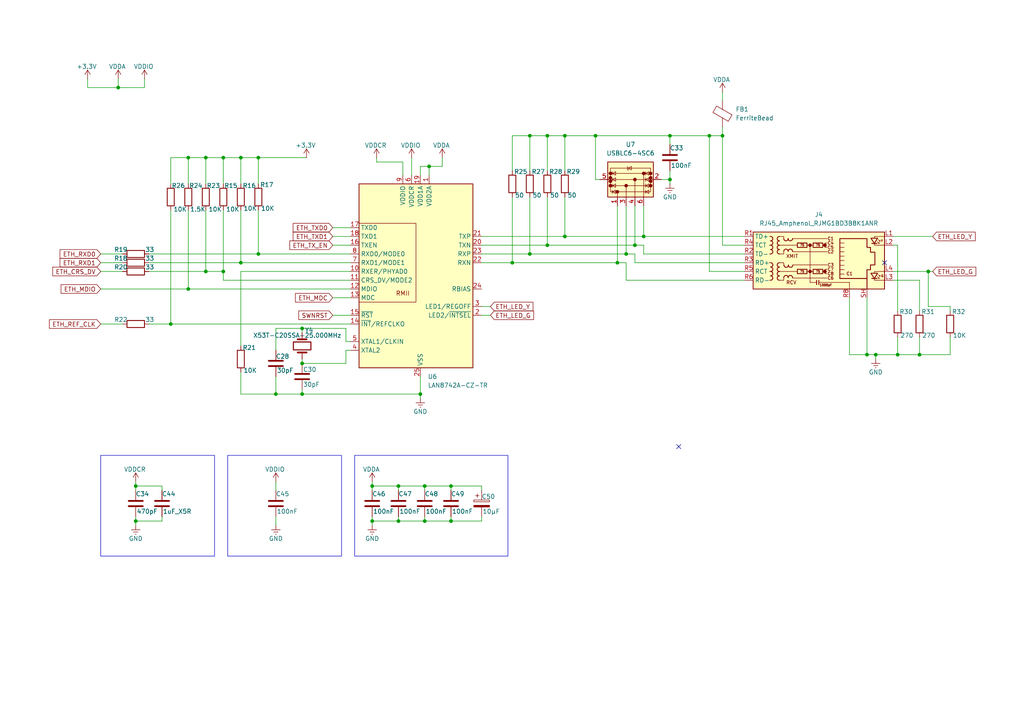
<source format=kicad_sch>
(kicad_sch (version 20250114) (generator "eeschema") (generator_version "9.0")
  (paper "A4")
  (lib_symbols
    (symbol "Connector:RJ45_Amphenol_RJMG1BD3B8K1ANR"
      (property "Reference" "J" (at 18.415 10.16 0))
      (property "Value" "RJ45_Amphenol_RJMG1BD3B8K1ANR" (at -19.05 10.16 0))
      (symbol "RJ45_Amphenol_RJMG1BD3B8K1ANR_0_0"
        (circle (center -1.27 5.08) (radius 0.0001) (stroke (width 0.508)))
        (polyline (pts (xy -1.27 5.08) (xy -1.27 -5.715)))
        (circle (center -1.27 -2.54) (radius 0.0001) (stroke (width 0.508)))
        (polyline (pts (xy 0.635 -5.08) (xy 0.635 -6.35)) (stroke (width 0.254)))
        (polyline (pts (xy 1.27 -5.08) (xy 1.27 -6.35)) (stroke (width 0.254)))
        (polyline (pts (xy 3.048 5.08) (xy 2.54 5.08)))
        (circle (center 3.048 5.08) (radius 0.0001) (stroke (width 0.508)))
        (polyline (pts (xy 3.048 -2.54) (xy 2.54 -2.54)))
        (circle (center 3.048 -2.54) (radius 0.0001) (stroke (width 0.508)))
        (polyline (pts (xy 3.683 5.715) (xy 3.048 5.715) (xy 3.048 4.445) (xy 3.683 4.445)))
        (polyline (pts (xy 3.683 -1.905) (xy 3.048 -1.905) (xy 3.048 -3.175) (xy 3.683 -3.175)))
        (polyline (pts (xy 17.399 7.112) (xy 17.399 7.62) (xy 20.32 7.62)))
        (polyline (pts (xy 17.399 -3.048) (xy 17.399 -2.54) (xy 20.32 -2.54)))
        (polyline (pts (xy 20.32 5.08) (xy 17.399 5.08) (xy 17.399 5.588)))
        (polyline (pts (xy 20.32 -5.08) (xy 17.399 -5.08) (xy 17.399 -4.572)))
        (text "XMIT" (at -8.255 1.905 0) (effects (font (size 1.016 1.016)) (justify left)))
        (text "RCV" (at -8.255 -5.715 0) (effects (font (size 1.016 1.016)) (justify left)))
        (text "C1" (at 4.699 6.985 0) (effects (font (size 0.889 0.889))))
        (text "C4" (at 4.699 5.715 0) (effects (font (size 0.889 0.889))))
        (text "C5" (at 4.699 4.445 0) (effects (font (size 0.889 0.889))))
        (text "C2" (at 4.699 3.175 0) (effects (font (size 0.889 0.889))))
        (text "C3" (at 4.699 -0.635 0) (effects (font (size 0.889 0.889))))
        (text "C7" (at 4.699 -1.905 0) (effects (font (size 0.889 0.889))))
        (text "C8" (at 4.699 -3.175 0) (effects (font (size 0.889 0.889))))
        (text "C6" (at 4.699 -4.445 0) (effects (font (size 0.889 0.889))))
        (text "C1" (at 10.16 -3.175 0) (effects (font (size 0.889 0.889))))
      )
      (symbol "RJ45_Amphenol_RJMG1BD3B8K1ANR_0_1"
        (rectangle (start -17.78 8.89) (end 20.32 -7.62) (stroke (width 0.254)) (fill (type background)))
        (polyline (pts (xy -12.7 7.62) (xy -13.081 7.62)))
        (polyline (pts (xy -12.7 5.08) (xy -13.081 5.08)))
        (polyline (pts (xy -12.7 2.54) (xy -13.081 2.54)))
        (polyline (pts (xy -12.7 0) (xy -13.081 0)))
        (polyline (pts (xy -12.7 -2.54) (xy -13.081 -2.54)))
        (polyline (pts (xy -12.7 -5.08) (xy -13.081 -5.08)))
        (polyline (pts (xy -10.16 7.62) (xy -8.89 7.62) (xy -8.89 6.985)))
        (polyline (pts (xy -10.16 0) (xy -8.89 0) (xy -8.89 -0.635)))
        (polyline (pts (xy -8.89 3.175) (xy -8.89 2.54) (xy -10.16 2.54)))
        (polyline (pts (xy -8.89 -4.445) (xy -8.89 -5.08) (xy -10.16 -5.08)))
        (polyline (pts (xy -6.35 6.985) (xy 3.683 6.985)))
        (polyline (pts (xy -6.35 3.175) (xy 3.683 3.175)))
        (polyline (pts (xy -6.35 -4.445) (xy 3.683 -4.445)))
        (polyline (pts (xy -6.223 -0.635) (xy 3.683 -0.635)))
        (polyline (pts (xy -5.08 -2.54) (xy -10.16 -2.54)))
        (polyline (pts (xy -4.953 5.08) (xy -10.16 5.08)))
        (polyline (pts (xy -2.159 5.08) (xy -0.381 5.08)))
        (polyline (pts (xy -2.159 -2.54) (xy -0.381 -2.54)))
        (polyline (pts (xy 0.635 -5.715) (xy -1.27 -5.715)))
        (polyline (pts (xy 7.366 3.175) (xy 8.636 3.175)))
        (polyline (pts (xy 7.366 1.905) (xy 8.636 1.905)))
        (polyline (pts (xy 7.366 0.635) (xy 8.636 0.635)))
        (polyline (pts (xy 7.366 -0.762) (xy 8.636 -0.762)))
        (polyline (pts (xy 7.366 -2.032) (xy 8.636 -2.032)))
        (polyline (pts (xy 8.636 5.715) (xy 7.366 5.715)))
        (polyline (pts (xy 8.636 4.445) (xy 7.366 4.445)))
        (polyline (pts (xy 8.636 -3.302) (xy 7.366 -3.302)))
        (polyline (pts (xy 10.16 -5.715) (xy 1.27 -5.715)))
        (polyline (pts (xy 10.16 -5.715) (xy 10.16 -7.62)))
      )
      (symbol "RJ45_Amphenol_RJMG1BD3B8K1ANR_1_0"
        (text "1000pF" (at 3.302 -6.477 0) (effects (font (size 0.635 0.635))))
      )
      (symbol "RJ45_Amphenol_RJMG1BD3B8K1ANR_1_1"
        (arc (start -12.7 0) (mid -12.0677 -0.635) (end -12.7 -1.27) (stroke (width 0.254)))
        (arc (start -12.6973 7.62) (mid -12.065 6.985) (end -12.6973 6.35) (stroke (width 0.254)))
        (arc (start -12.6973 -1.27) (mid -12.065 -1.905) (end -12.6973 -2.54) (stroke (width 0.254)))
        (arc (start -12.6973 -2.54) (mid -12.065 -3.175) (end -12.6973 -3.81) (stroke (width 0.254)))
        (arc (start -12.6973 -3.81) (mid -12.065 -4.445) (end -12.6973 -5.08) (stroke (width 0.254)))
        (arc (start -12.6946 6.35) (mid -12.0623 5.715) (end -12.6946 5.08) (stroke (width 0.254)))
        (arc (start -12.6946 5.08) (mid -12.0623 4.445) (end -12.6946 3.81) (stroke (width 0.254)))
        (arc (start -12.6946 3.81) (mid -12.0623 3.175) (end -12.6946 2.54) (stroke (width 0.254)))
        (arc (start -10.1654 6.35) (mid -10.7977 6.985) (end -10.1654 7.62) (stroke (width 0.254)))
        (arc (start -10.1654 5.08) (mid -10.7977 5.715) (end -10.1654 6.35) (stroke (width 0.254)))
        (arc (start -10.1654 3.81) (mid -10.7977 4.445) (end -10.1654 5.08) (stroke (width 0.254)))
        (arc (start -10.1654 -1.27) (mid -10.7977 -0.635) (end -10.1654 0) (stroke (width 0.254)))
        (arc (start -10.1654 -2.54) (mid -10.7977 -1.905) (end -10.1654 -1.27) (stroke (width 0.254)))
        (arc (start -10.1654 -3.81) (mid -10.7977 -3.175) (end -10.1654 -2.54) (stroke (width 0.254)))
        (arc (start -10.1627 2.54) (mid -10.795 3.175) (end -10.1627 3.81) (stroke (width 0.254)))
        (arc (start -10.1627 -5.08) (mid -10.795 -4.445) (end -10.1627 -3.81) (stroke (width 0.254)))
        (arc (start -7.62 6.9823) (mid -8.255 6.35) (end -8.89 6.9823) (stroke (width 0.254)))
        (arc (start -8.89 3.3047) (mid -8.255 3.937) (end -7.62 3.3047) (stroke (width 0.254)))
        (arc (start -8.89 -4.3153) (mid -8.255 -3.683) (end -7.62 -4.3153) (stroke (width 0.254)))
        (arc (start -7.5565 -0.7012) (mid -8.1915 -1.3335) (end -8.8265 -0.7012) (stroke (width 0.254)))
        (arc (start -6.35 6.985) (mid -6.985 6.3527) (end -7.62 6.985) (stroke (width 0.254)))
        (arc (start -7.62 3.3074) (mid -6.985 3.9397) (end -6.35 3.3074) (stroke (width 0.254)))
        (arc (start -7.62 -4.3126) (mid -6.985 -3.6803) (end -6.35 -4.3126) (stroke (width 0.254)))
        (arc (start -6.2865 -0.6985) (mid -6.9215 -1.3308) (end -7.5565 -0.6985) (stroke (width 0.254)))
        (rectangle (start -4.953 5.715) (end -2.159 4.445) (stroke (width 0.254)))
        (rectangle (start -4.953 -1.905) (end -2.159 -3.175) (stroke (width 0.254)))
        (rectangle (start -0.381 5.715) (end 2.413 4.445) (stroke (width 0.254)))
        (rectangle (start -0.381 -1.905) (end 2.413 -3.175) (stroke (width 0.254)))
        (polyline (pts (xy 7.366 -4.572) (xy 7.366 6.985) (xy 15.24 6.985) (xy 15.24 4.445) (xy 16.256 4.445) (xy 16.256 3.048) (xy 17.526 3.048) (xy 17.526 -0.635) (xy 16.256 -0.635) (xy 16.256 -2.032) (xy 15.24 -2.032) (xy 15.24 -4.572) (xy 7.366 -4.572)) (stroke (width 0.254)))
        (polyline (pts (xy 15.24 -7.62) (xy 15.24 -4.572)) (stroke (width 0.254)))
        (polyline (pts (xy 18.161 5.588) (xy 16.637 5.588)) (stroke (width 0.254)))
        (polyline (pts (xy 18.161 -4.572) (xy 16.637 -4.572)) (stroke (width 0.254)))
        (polyline (pts (xy 18.288 7.112) (xy 16.383 7.112) (xy 17.399 5.588) (xy 18.288 7.112)) (stroke (width 0.254)))
        (polyline (pts (xy 18.288 6.096) (xy 18.796 5.588) (xy 18.542 5.588)))
        (polyline (pts (xy 18.288 -3.048) (xy 16.383 -3.048) (xy 17.399 -4.572) (xy 18.288 -3.048)) (stroke (width 0.254)))
        (polyline (pts (xy 18.288 -4.064) (xy 18.796 -4.572) (xy 18.542 -4.572)))
        (polyline (pts (xy 18.542 6.731) (xy 19.05 6.223) (xy 18.796 6.223)))
        (polyline (pts (xy 18.542 -3.429) (xy 19.05 -3.937) (xy 18.796 -3.937)))
        (polyline (pts (xy 18.796 5.588) (xy 18.796 5.842)))
        (polyline (pts (xy 18.796 -4.572) (xy 18.796 -4.318)))
        (polyline (pts (xy 19.05 6.223) (xy 19.05 6.477)))
        (polyline (pts (xy 19.05 -3.937) (xy 19.05 -3.683)))
        (text "75" (at -3.556 5.08 0) (effects (font (size 0.635 0.635))))
        (text "75" (at -3.556 -2.54 0) (effects (font (size 0.635 0.635))))
        (text "75" (at 1.016 5.08 0) (effects (font (size 0.635 0.635))))
        (text "75" (at 1.016 -2.54 0) (effects (font (size 0.635 0.635))))
        (text "Y" (at 19.558 6.35 0) (effects (font (size 0.635 0.635))))
        (text "G" (at 19.685 -3.81 0) (effects (font (size 0.635 0.635))))
        (pin passive line (at -20.32 7.62 0) (length 2.54) (name "TD+") (number "R1"))
        (pin passive line (at -20.32 5.08 0) (length 2.54) (name "TCT") (number "R4"))
        (pin passive line (at -20.32 2.54 0) (length 2.54) (name "TD-") (number "R2"))
        (pin passive line (at -20.32 0 0) (length 2.54) (name "RD+") (number "R3"))
        (pin passive line (at -20.32 -2.54 0) (length 2.54) (name "RCT") (number "R5"))
        (pin passive line (at -20.32 -5.08 0) (length 2.54) (name "RD-") (number "R6"))
        (pin power_in line (at 10.16 -10.16 90) (length 2.54) (name "") (number "R8"))
        (pin passive line (at 15.24 -10.16 90) (length 2.54) (name "") (number "SH"))
        (pin no_connect line (at 20.32 0 0) (length 0) (hide yes) (name "NC") (number "R7"))
        (pin passive line (at 22.86 7.62 180) (length 2.54) (name "") (number "L1"))
        (pin passive line (at 22.86 5.08 180) (length 2.54) (name "") (number "L2"))
        (pin passive line (at 22.86 -2.54 180) (length 2.54) (name "") (number "L4"))
        (pin passive line (at 22.86 -5.08 180) (length 2.54) (name "") (number "L3"))
      )
    )
    (symbol "Device:C" (pin_numbers (hide yes)) (pin_names (offset 0.254))
      (property "Reference" "C" (at 0.635 2.54 0))
      (property "Value" "C" (at 0.635 -2.54 0))
      (symbol "C_0_1"
        (polyline (pts (xy -2.032 0.762) (xy 2.032 0.762)) (stroke (width 0.508)))
        (polyline (pts (xy -2.032 -0.762) (xy 2.032 -0.762)) (stroke (width 0.508)))
      )
      (symbol "C_1_1"
        (pin passive line (at 0 3.81 270) (length 2.794) (name "~") (number "1"))
        (pin passive line (at 0 -3.81 90) (length 2.794) (name "~") (number "2"))
      )
    )
    (symbol "Device:C_Polarized" (pin_numbers (hide yes)) (pin_names (offset 0.254))
      (property "Reference" "C" (at 0.635 2.54 0))
      (property "Value" "C_Polarized" (at 0.635 -2.54 0))
      (symbol "C_Polarized_0_1"
        (rectangle (start -2.286 0.508) (end 2.286 1.016))
        (polyline (pts (xy -1.778 2.286) (xy -0.762 2.286)))
        (polyline (pts (xy -1.27 2.794) (xy -1.27 1.778)))
        (rectangle (start 2.286 -0.508) (end -2.286 -1.016) (fill (type outline)))
      )
      (symbol "C_Polarized_1_1"
        (pin passive line (at 0 3.81 270) (length 2.794) (name "~") (number "1"))
        (pin passive line (at 0 -3.81 90) (length 2.794) (name "~") (number "2"))
      )
    )
    (symbol "Device:Crystal" (pin_numbers (hide yes)) (pin_names (offset 1.016) (hide yes))
      (property "Reference" "Y" (at 0 3.81 0))
      (property "Value" "Crystal" (at 0 -3.81 0))
      (symbol "Crystal_0_1"
        (polyline (pts (xy -2.54 0) (xy -1.905 0)))
        (polyline (pts (xy -1.905 -1.27) (xy -1.905 1.27)) (stroke (width 0.508)))
        (rectangle (start -1.143 2.54) (end 1.143 -2.54) (stroke (width 0.3048)))
        (polyline (pts (xy 1.905 -1.27) (xy 1.905 1.27)) (stroke (width 0.508)))
        (polyline (pts (xy 2.54 0) (xy 1.905 0)))
      )
      (symbol "Crystal_1_1"
        (pin passive line (at -3.81 0 0) (length 1.27) (name "1") (number "1"))
        (pin passive line (at 3.81 0 180) (length 1.27) (name "2") (number "2"))
      )
    )
    (symbol "Device:FerriteBead" (pin_numbers (hide yes)) (pin_names (offset 0))
      (property "Reference" "FB" (at -3.81 0.635 90))
      (property "Value" "FerriteBead" (at 3.81 0 90))
      (symbol "FerriteBead_0_1"
        (polyline (pts (xy -2.7686 0.4064) (xy -1.7018 2.2606) (xy 2.7686 -0.3048) (xy 1.6764 -2.159) (xy -2.7686 0.4064)))
        (polyline (pts (xy 0 1.27) (xy 0 1.2954)))
        (polyline (pts (xy 0 -1.27) (xy 0 -1.2192)))
      )
      (symbol "FerriteBead_1_1"
        (pin passive line (at 0 3.81 270) (length 2.54) (name "~") (number "1"))
        (pin passive line (at 0 -3.81 90) (length 2.54) (name "~") (number "2"))
      )
    )
    (symbol "Device:R" (pin_numbers (hide yes)) (pin_names (offset 0))
      (property "Reference" "R" (at 2.032 0 90))
      (property "Value" "R" (at 0 0 90))
      (symbol "R_0_1"
        (rectangle (start -1.016 -2.54) (end 1.016 2.54) (stroke (width 0.254)))
      )
      (symbol "R_1_1"
        (pin passive line (at 0 3.81 270) (length 1.27) (name "~") (number "1"))
        (pin passive line (at 0 -3.81 90) (length 1.27) (name "~") (number "2"))
      )
    )
    (symbol "Interface_Ethernet:LAN8742A"
      (property "Reference" "U" (at -13.97 29.21 0))
      (property "Value" "LAN8742A" (at 15.24 29.21 0))
      (symbol "LAN8742A_0_0"
        (text "RMII" (at -5.08 -3.81 0) (effects (font (size 1.27 1.27))))
      )
      (symbol "LAN8742A_0_1"
        (rectangle (start -17.78 27.94) (end 15.24 -25.4) (stroke (width 0.254)) (fill (type background)))
        (polyline (pts (xy -17.78 -6.35) (xy -1.27 -6.35) (xy -1.27 16.51) (xy -17.78 16.51)))
      )
      (symbol "LAN8742A_1_1"
        (pin input line (at -20.32 15.24 0) (length 2.54) (name "TXD0") (number "17"))
        (pin input line (at -20.32 12.7 0) (length 2.54) (name "TXD1") (number "18"))
        (pin input line (at -20.32 10.16 0) (length 2.54) (name "TXEN") (number "16"))
        (pin bidirectional line (at -20.32 7.62 0) (length 2.54) (name "RXD0/MODE0") (number "8"))
        (pin bidirectional line (at -20.32 5.08 0) (length 2.54) (name "RXD1/MODE1") (number "7"))
        (pin output line (at -20.32 2.54 0) (length 2.54) (name "RXER/PHYAD0") (number "10"))
        (pin bidirectional line (at -20.32 0 0) (length 2.54) (name "CRS_DV/MODE2") (number "11"))
        (pin bidirectional line (at -20.32 -2.54 0) (length 2.54) (name "MDIO") (number "12"))
        (pin input line (at -20.32 -5.08 0) (length 2.54) (name "MDC") (number "13"))
        (pin input line (at -20.32 -10.16 0) (length 2.54) (name "~{RST}") (number "15"))
        (pin output line (at -20.32 -12.7 0) (length 2.54) (name "~{INT}/REFCLKO") (number "14"))
        (pin input line (at -20.32 -17.78 0) (length 2.54) (name "XTAL1/CLKIN") (number "5"))
        (pin output line (at -20.32 -20.32 0) (length 2.54) (name "XTAL2") (number "4"))
        (pin power_in line (at -5.08 30.48 270) (length 2.54) (name "VDDIO") (number "9"))
        (pin power_in line (at -2.54 30.48 270) (length 2.54) (name "VDDCR") (number "6"))
        (pin power_in line (at 0 30.48 270) (length 2.54) (name "VDD1A") (number "19"))
        (pin power_in line (at 0 -27.94 90) (length 2.54) (name "VSS") (number "25"))
        (pin power_in line (at 2.54 30.48 270) (length 2.54) (name "VDD2A") (number "1"))
        (pin passive line (at 17.78 12.7 180) (length 2.54) (name "TXP") (number "21"))
        (pin passive line (at 17.78 10.16 180) (length 2.54) (name "TXN") (number "20"))
        (pin passive line (at 17.78 7.62 180) (length 2.54) (name "RXP") (number "23"))
        (pin passive line (at 17.78 5.08 180) (length 2.54) (name "RXN") (number "22"))
        (pin passive line (at 17.78 -2.54 180) (length 2.54) (name "RBIAS") (number "24"))
        (pin bidirectional line (at 17.78 -7.62 180) (length 2.54) (name "LED1/REGOFF") (number "3"))
        (pin bidirectional line (at 17.78 -10.16 180) (length 2.54) (name "LED2/~{INTSEL}") (number "2"))
      )
    )
    (symbol "Power_Protection:USBLC6-4SC6" (pin_names (hide yes))
      (property "Reference" "U" (at 1.27 9.525 0))
      (property "Value" "USBLC6-4SC6" (at 1.27 6.985 0))
      (symbol "USBLC6-4SC6_0_0"
        (circle (center -3.556 2.54) (radius 0.0001) (stroke (width 0.508)))
        (circle (center -1.778 4.572) (radius 0.0001) (stroke (width 0.508)))
        (circle (center -1.778 0) (radius 0.0001) (stroke (width 0.508)))
        (circle (center -1.778 -7.112) (radius 0.0001) (stroke (width 0.508)))
        (circle (center -0.508 4.572) (radius 0.0001) (stroke (width 0.508)))
        (circle (center -0.508 -7.112) (radius 0.0001) (stroke (width 0.508)))
        (circle (center 0 -2.54) (radius 0.0001) (stroke (width 0.508)))
        (circle (center 0.508 4.572) (radius 0.0001) (stroke (width 0.508)))
        (circle (center 0.508 -7.112) (radius 0.0001) (stroke (width 0.508)))
        (circle (center 1.778 4.572) (radius 0.0001) (stroke (width 0.508)))
        (circle (center 1.778 -5.08) (radius 0.0001) (stroke (width 0.508)))
        (circle (center 1.778 -7.112) (radius 0.0001) (stroke (width 0.508)))
      )
      (symbol "USBLC6-4SC6_0_1"
        (polyline (pts (xy -5.08 2.54) (xy -3.556 2.54)))
        (polyline (pts (xy -5.08 0) (xy -1.778 0)))
        (polyline (pts (xy -5.08 -2.54) (xy 0 -2.54)))
        (polyline (pts (xy -5.08 -5.08) (xy 1.778 -5.08)))
        (polyline (pts (xy -4.064 3.048) (xy -3.048 3.048) (xy -3.556 4.064) (xy -4.064 3.048)))
        (polyline (pts (xy -4.064 -5.588) (xy -3.048 -5.588)))
        (polyline (pts (xy -3.048 4.064) (xy -4.064 4.064)))
        (polyline (pts (xy -3.048 -6.604) (xy -4.064 -6.604) (xy -3.556 -5.588) (xy -3.048 -6.604)))
        (polyline (pts (xy -2.286 4.064) (xy -1.27 4.064)))
        (polyline (pts (xy -2.286 -5.588) (xy -1.27 -5.588)))
        (polyline (pts (xy -1.27 3.048) (xy -2.286 3.048) (xy -1.778 4.064) (xy -1.27 3.048)))
        (polyline (pts (xy -1.27 -6.604) (xy -2.286 -6.604) (xy -1.778 -5.588) (xy -1.27 -6.604)))
        (polyline (pts (xy -0.508 3.048) (xy 0.508 3.048) (xy 0 4.064) (xy -0.508 3.048)))
        (polyline (pts (xy -0.508 -5.588) (xy 0.508 -5.588)))
        (polyline (pts (xy -0.508 -6.604) (xy 0.508 -6.604) (xy 0 -5.588) (xy -0.508 -6.604)))
        (polyline (pts (xy 0 5.08) (xy 0.508 4.572)))
        (polyline (pts (xy 0.508 4.064) (xy -0.508 4.064)))
        (polyline (pts (xy 0.508 -7.112) (xy -0.508 -7.112)))
        (polyline (pts (xy 1.27 4.064) (xy 2.286 4.064)))
        (polyline (pts (xy 1.27 -6.604) (xy 2.286 -6.604) (xy 1.778 -5.588) (xy 1.27 -6.604)))
        (polyline (pts (xy 1.778 4.572) (xy 3.302 4.572) (xy 3.302 -7.112) (xy 1.778 -7.112)))
        (polyline (pts (xy 2.286 3.048) (xy 1.27 3.048) (xy 1.778 4.064) (xy 2.286 3.048)))
        (polyline (pts (xy 2.286 -5.588) (xy 1.27 -5.588)))
        (polyline (pts (xy 2.794 -0.762) (xy 2.794 -0.381) (xy 3.81 -0.381)))
        (polyline (pts (xy 3.81 -1.524) (xy 2.794 -1.524) (xy 3.302 -0.508) (xy 3.81 -1.524)))
      )
      (symbol "USBLC6-4SC6_1_1"
        (rectangle (start -5.08 5.334) (end 5.08 -7.874) (stroke (width 0.254)) (fill (type background)))
        (polyline (pts (xy -1.778 4.572) (xy -3.556 4.572) (xy -3.556 -7.112) (xy -1.778 -7.112)))
        (polyline (pts (xy -0.508 4.572) (xy 1.778 4.572) (xy 1.778 -7.112) (xy 0.508 -7.112)))
        (polyline (pts (xy 0 -7.62) (xy -0.508 -7.112) (xy -1.778 -7.112) (xy -1.778 4.572) (xy -0.508 4.572)))
        (polyline (pts (xy 0.508 -7.112) (xy 0 -6.604) (xy 0 4.064) (xy -0.508 4.572)))
        (pin passive line (at -7.62 2.54 0) (length 2.54) (name "I/O1") (number "1"))
        (pin passive line (at -7.62 0 0) (length 2.54) (name "I/O2") (number "3"))
        (pin passive line (at -7.62 -2.54 0) (length 2.54) (name "I/O3") (number "4"))
        (pin passive line (at -7.62 -5.08 0) (length 2.54) (name "I/O4") (number "6"))
        (pin passive line (at 0 7.62 270) (length 2.54) (name "VBUS") (number "5"))
        (pin passive line (at 0 -10.16 90) (length 2.54) (name "GND") (number "2"))
      )
    )
    (symbol "power:+3.3V" (power) (pin_numbers (hide yes)) (pin_names (offset 0) (hide yes))
      (property "Value" "+3.3V" (at 0 3.556 0))
      (symbol "+3.3V_0_1"
        (polyline (pts (xy -0.762 1.27) (xy 0 2.54)))
        (polyline (pts (xy 0 2.54) (xy 0.762 1.27)))
        (polyline (pts (xy 0 0) (xy 0 2.54)))
      )
      (symbol "+3.3V_1_1"
        (pin power_in line (at 0 0 90) (length 0) (name "~") (number "1"))
      )
    )
    (symbol "power:Earth" (power) (pin_numbers (hide yes)) (pin_names (offset 0) (hide yes))
      (property "Value" "Earth" (at 0 -3.81 0))
      (symbol "Earth_0_1"
        (polyline (pts (xy -0.635 -1.905) (xy 0.635 -1.905)))
        (polyline (pts (xy -0.127 -2.54) (xy 0.127 -2.54)))
        (polyline (pts (xy 0 -1.27) (xy 0 0)))
        (polyline (pts (xy 1.27 -1.27) (xy -1.27 -1.27)))
      )
      (symbol "Earth_1_1"
        (pin power_in line (at 0 0 270) (length 0) (name "~") (number "1"))
      )
    )
  )
  (rectangle (start 66.04 132.08) (end 99.06 161.29))
  (rectangle (start 29.21 132.08) (end 62.23 161.29))
  (rectangle (start 102.87 132.08) (end 147.32 161.29))
  (junction (at 107.95 151.13))
  (junction (at 184.15 71.12))
  (junction (at 39.37 151.13))
  (junction (at 87.63 105.41))
  (junction (at 74.93 73.66))
  (junction (at 158.75 71.12))
  (junction (at 194.31 39.37))
  (junction (at 153.67 73.66))
  (junction (at 179.07 76.2))
  (junction (at 54.61 45.72))
  (junction (at 251.46 102.87))
  (junction (at 87.63 95.25))
  (junction (at 181.61 73.66))
  (junction (at 123.19 151.13))
  (junction (at 115.57 140.97))
  (junction (at 163.83 39.37))
  (junction (at 124.46 48.26))
  (junction (at 205.74 39.37))
  (junction (at 39.37 140.97))
  (junction (at 34.29 25.4))
  (junction (at 54.61 83.82))
  (junction (at 148.59 76.2))
  (junction (at 172.72 39.37))
  (junction (at 163.83 68.58))
  (junction (at 49.53 93.98))
  (junction (at 194.31 52.07))
  (junction (at 254 102.87))
  (junction (at 74.93 45.72))
  (junction (at 266.7 102.87))
  (junction (at 80.01 114.3))
  (junction (at 130.81 151.13))
  (junction (at 209.55 39.37))
  (junction (at 269.24 78.74))
  (junction (at 69.85 76.2))
  (junction (at 115.57 151.13))
  (junction (at 107.95 140.97))
  (junction (at 121.92 114.3))
  (junction (at 69.85 45.72))
  (junction (at 260.35 102.87))
  (junction (at 64.77 45.72))
  (junction (at 87.63 114.3))
  (junction (at 59.69 78.74))
  (junction (at 186.69 68.58))
  (junction (at 64.77 78.74))
  (junction (at 158.75 39.37))
  (junction (at 153.67 39.37))
  (junction (at 59.69 45.72))
  (junction (at 130.81 140.97))
  (junction (at 123.19 140.97))
  (no_connect (at 256.54 76.2))
  (no_connect (at 196.85 129.54))
  (wire (pts (xy 259.08 71.12) (xy 260.35 71.12)))
  (wire (pts (xy 186.69 73.66) (xy 215.9 73.66)))
  (wire (pts (xy 80.01 149.86) (xy 80.01 152.4)))
  (wire (pts (xy 69.85 45.72) (xy 74.93 45.72)))
  (wire (pts (xy 121.92 48.26) (xy 124.46 48.26)))
  (wire (pts (xy 260.35 97.79) (xy 260.35 102.87)))
  (wire (pts (xy 115.57 142.24) (xy 115.57 140.97)))
  (wire (pts (xy 69.85 45.72) (xy 69.85 53.34)))
  (wire (pts (xy 259.08 81.28) (xy 266.7 81.28)))
  (wire (pts (xy 153.67 39.37) (xy 153.67 49.53)))
  (wire (pts (xy 49.53 60.96) (xy 49.53 93.98)))
  (wire (pts (xy 43.18 73.66) (xy 74.93 73.66)))
  (wire (pts (xy 39.37 139.7) (xy 39.37 140.97)))
  (wire (pts (xy 130.81 142.24) (xy 130.81 140.97)))
  (wire (pts (xy 163.83 68.58) (xy 186.69 68.58)))
  (wire (pts (xy 29.21 93.98) (xy 35.56 93.98)))
  (wire (pts (xy 121.92 50.8) (xy 121.92 48.26)))
  (wire (pts (xy 46.99 140.97) (xy 39.37 140.97)))
  (wire (pts (xy 148.59 39.37) (xy 153.67 39.37)))
  (wire (pts (xy 215.9 78.74) (xy 205.74 78.74)))
  (wire (pts (xy 115.57 151.13) (xy 107.95 151.13)))
  (wire (pts (xy 39.37 151.13) (xy 46.99 151.13)))
  (wire (pts (xy 54.61 60.96) (xy 54.61 83.82)))
  (wire (pts (xy 139.7 91.44) (xy 142.24 91.44)))
  (wire (pts (xy 34.29 25.4) (xy 34.29 22.86)))
  (wire (pts (xy 139.7 73.66) (xy 153.67 73.66)))
  (wire (pts (xy 101.6 99.06) (xy 100.33 99.06)))
  (wire (pts (xy 209.55 39.37) (xy 205.74 39.37)))
  (wire (pts (xy 39.37 151.13) (xy 39.37 152.4)))
  (wire (pts (xy 96.52 91.44) (xy 101.6 91.44)))
  (wire (pts (xy 275.59 97.79) (xy 275.59 102.87)))
  (wire (pts (xy 49.53 53.34) (xy 49.53 45.72)))
  (wire (pts (xy 107.95 139.7) (xy 107.95 140.97)))
  (wire (pts (xy 209.55 39.37) (xy 209.55 36.83)))
  (wire (pts (xy 64.77 45.72) (xy 64.77 53.34)))
  (wire (pts (xy 107.95 151.13) (xy 107.95 152.4)))
  (wire (pts (xy 49.53 93.98) (xy 101.6 93.98)))
  (wire (pts (xy 41.91 25.4) (xy 34.29 25.4)))
  (wire (pts (xy 186.69 73.66) (xy 186.69 71.12)))
  (wire (pts (xy 172.72 39.37) (xy 194.31 39.37)))
  (wire (pts (xy 29.21 78.74) (xy 35.56 78.74)))
  (wire (pts (xy 88.9 45.72) (xy 74.93 45.72)))
  (wire (pts (xy 54.61 45.72) (xy 59.69 45.72)))
  (wire (pts (xy 96.52 71.12) (xy 101.6 71.12)))
  (wire (pts (xy 139.7 142.24) (xy 139.7 140.97)))
  (wire (pts (xy 59.69 78.74) (xy 64.77 78.74)))
  (wire (pts (xy 43.18 93.98) (xy 49.53 93.98)))
  (wire (pts (xy 43.18 76.2) (xy 69.85 76.2)))
  (wire (pts (xy 87.63 105.41) (xy 100.33 105.41)))
  (wire (pts (xy 80.01 114.3) (xy 80.01 109.22)))
  (wire (pts (xy 54.61 45.72) (xy 54.61 53.34)))
  (wire (pts (xy 139.7 88.9) (xy 142.24 88.9)))
  (wire (pts (xy 121.92 115.57) (xy 121.92 114.3)))
  (wire (pts (xy 266.7 102.87) (xy 275.59 102.87)))
  (wire (pts (xy 29.21 73.66) (xy 35.56 73.66)))
  (wire (pts (xy 266.7 81.28) (xy 266.7 90.17)))
  (wire (pts (xy 158.75 39.37) (xy 163.83 39.37)))
  (wire (pts (xy 116.84 46.99) (xy 116.84 50.8)))
  (wire (pts (xy 64.77 78.74) (xy 64.77 81.28)))
  (wire (pts (xy 163.83 57.15) (xy 163.83 68.58)))
  (wire (pts (xy 172.72 52.07) (xy 172.72 39.37)))
  (wire (pts (xy 115.57 149.86) (xy 115.57 151.13)))
  (wire (pts (xy 46.99 149.86) (xy 46.99 151.13)))
  (wire (pts (xy 74.93 60.96) (xy 74.93 73.66)))
  (wire (pts (xy 139.7 71.12) (xy 158.75 71.12)))
  (wire (pts (xy 184.15 59.69) (xy 184.15 71.12)))
  (wire (pts (xy 184.15 76.2) (xy 215.9 76.2)))
  (wire (pts (xy 46.99 142.24) (xy 46.99 140.97)))
  (wire (pts (xy 194.31 49.53) (xy 194.31 52.07)))
  (wire (pts (xy 158.75 71.12) (xy 184.15 71.12)))
  (wire (pts (xy 186.69 68.58) (xy 215.9 68.58)))
  (wire (pts (xy 64.77 81.28) (xy 101.6 81.28)))
  (wire (pts (xy 25.4 22.86) (xy 25.4 25.4)))
  (wire (pts (xy 123.19 149.86) (xy 123.19 151.13)))
  (wire (pts (xy 246.38 102.87) (xy 251.46 102.87)))
  (wire (pts (xy 109.22 46.99) (xy 116.84 46.99)))
  (wire (pts (xy 184.15 76.2) (xy 184.15 73.66)))
  (wire (pts (xy 74.93 73.66) (xy 101.6 73.66)))
  (wire (pts (xy 69.85 60.96) (xy 69.85 76.2)))
  (wire (pts (xy 163.83 39.37) (xy 163.83 49.53)))
  (wire (pts (xy 119.38 45.72) (xy 119.38 50.8)))
  (wire (pts (xy 59.69 45.72) (xy 59.69 53.34)))
  (wire (pts (xy 254 104.14) (xy 254 102.87)))
  (wire (pts (xy 266.7 97.79) (xy 266.7 102.87)))
  (wire (pts (xy 269.24 78.74) (xy 270.51 78.74)))
  (wire (pts (xy 259.08 68.58) (xy 270.51 68.58)))
  (wire (pts (xy 59.69 60.96) (xy 59.69 78.74)))
  (wire (pts (xy 153.67 73.66) (xy 181.61 73.66)))
  (wire (pts (xy 43.18 78.74) (xy 59.69 78.74)))
  (wire (pts (xy 251.46 102.87) (xy 254 102.87)))
  (wire (pts (xy 80.01 139.7) (xy 80.01 142.24)))
  (wire (pts (xy 69.85 78.74) (xy 69.85 100.33)))
  (wire (pts (xy 107.95 140.97) (xy 107.95 142.24)))
  (wire (pts (xy 96.52 68.58) (xy 101.6 68.58)))
  (wire (pts (xy 29.21 83.82) (xy 54.61 83.82)))
  (wire (pts (xy 275.59 90.17) (xy 275.59 88.9)))
  (wire (pts (xy 39.37 140.97) (xy 39.37 142.24)))
  (wire (pts (xy 181.61 59.69) (xy 181.61 73.66)))
  (wire (pts (xy 109.22 45.72) (xy 109.22 46.99)))
  (wire (pts (xy 163.83 39.37) (xy 172.72 39.37)))
  (wire (pts (xy 101.6 78.74) (xy 69.85 78.74)))
  (wire (pts (xy 181.61 81.28) (xy 215.9 81.28)))
  (wire (pts (xy 153.67 39.37) (xy 158.75 39.37)))
  (wire (pts (xy 158.75 39.37) (xy 158.75 49.53)))
  (wire (pts (xy 123.19 140.97) (xy 115.57 140.97)))
  (wire (pts (xy 148.59 49.53) (xy 148.59 39.37)))
  (wire (pts (xy 96.52 86.36) (xy 101.6 86.36)))
  (wire (pts (xy 96.52 66.04) (xy 101.6 66.04)))
  (wire (pts (xy 158.75 57.15) (xy 158.75 71.12)))
  (wire (pts (xy 25.4 25.4) (xy 34.29 25.4)))
  (wire (pts (xy 128.27 48.26) (xy 128.27 45.72)))
  (wire (pts (xy 54.61 83.82) (xy 101.6 83.82)))
  (wire (pts (xy 59.69 45.72) (xy 64.77 45.72)))
  (wire (pts (xy 49.53 45.72) (xy 54.61 45.72)))
  (wire (pts (xy 121.92 109.22) (xy 121.92 114.3)))
  (wire (pts (xy 139.7 151.13) (xy 130.81 151.13)))
  (wire (pts (xy 194.31 39.37) (xy 194.31 41.91)))
  (wire (pts (xy 186.69 59.69) (xy 186.69 68.58)))
  (wire (pts (xy 41.91 22.86) (xy 41.91 25.4)))
  (wire (pts (xy 64.77 45.72) (xy 69.85 45.72)))
  (wire (pts (xy 209.55 26.67) (xy 209.55 29.21)))
  (wire (pts (xy 87.63 114.3) (xy 121.92 114.3)))
  (wire (pts (xy 69.85 107.95) (xy 69.85 114.3)))
  (wire (pts (xy 215.9 71.12) (xy 209.55 71.12)))
  (wire (pts (xy 172.72 52.07) (xy 173.99 52.07)))
  (wire (pts (xy 179.07 59.69) (xy 179.07 76.2)))
  (wire (pts (xy 123.19 151.13) (xy 115.57 151.13)))
  (wire (pts (xy 139.7 149.86) (xy 139.7 151.13)))
  (wire (pts (xy 148.59 57.15) (xy 148.59 76.2)))
  (wire (pts (xy 100.33 101.6) (xy 101.6 101.6)))
  (wire (pts (xy 80.01 101.6) (xy 80.01 95.25)))
  (wire (pts (xy 130.81 149.86) (xy 130.81 151.13)))
  (wire (pts (xy 269.24 88.9) (xy 269.24 78.74)))
  (wire (pts (xy 205.74 39.37) (xy 194.31 39.37)))
  (wire (pts (xy 251.46 86.36) (xy 251.46 102.87)))
  (wire (pts (xy 246.38 86.36) (xy 246.38 102.87)))
  (wire (pts (xy 254 102.87) (xy 260.35 102.87)))
  (wire (pts (xy 87.63 104.14) (xy 87.63 105.41)))
  (wire (pts (xy 107.95 149.86) (xy 107.95 151.13)))
  (wire (pts (xy 148.59 76.2) (xy 179.07 76.2)))
  (wire (pts (xy 87.63 114.3) (xy 87.63 113.03)))
  (wire (pts (xy 124.46 48.26) (xy 124.46 50.8)))
  (wire (pts (xy 260.35 102.87) (xy 266.7 102.87)))
  (wire (pts (xy 184.15 71.12) (xy 186.69 71.12)))
  (wire (pts (xy 128.27 48.26) (xy 124.46 48.26)))
  (wire (pts (xy 39.37 149.86) (xy 39.37 151.13)))
  (wire (pts (xy 153.67 57.15) (xy 153.67 73.66)))
  (wire (pts (xy 115.57 140.97) (xy 107.95 140.97)))
  (wire (pts (xy 64.77 60.96) (xy 64.77 78.74)))
  (wire (pts (xy 194.31 53.34) (xy 194.31 52.07)))
  (wire (pts (xy 139.7 140.97) (xy 130.81 140.97)))
  (wire (pts (xy 259.08 78.74) (xy 269.24 78.74)))
  (wire (pts (xy 69.85 76.2) (xy 101.6 76.2)))
  (wire (pts (xy 139.7 68.58) (xy 163.83 68.58)))
  (wire (pts (xy 205.74 78.74) (xy 205.74 39.37)))
  (wire (pts (xy 209.55 71.12) (xy 209.55 39.37)))
  (wire (pts (xy 181.61 76.2) (xy 181.61 81.28)))
  (wire (pts (xy 74.93 45.72) (xy 74.93 53.34)))
  (wire (pts (xy 80.01 114.3) (xy 87.63 114.3)))
  (wire (pts (xy 260.35 71.12) (xy 260.35 90.17)))
  (wire (pts (xy 100.33 105.41) (xy 100.33 101.6)))
  (wire (pts (xy 100.33 99.06) (xy 100.33 95.25)))
  (wire (pts (xy 80.01 95.25) (xy 87.63 95.25)))
  (wire (pts (xy 29.21 76.2) (xy 35.56 76.2)))
  (wire (pts (xy 130.81 151.13) (xy 123.19 151.13)))
  (wire (pts (xy 87.63 95.25) (xy 87.63 96.52)))
  (wire (pts (xy 123.19 142.24) (xy 123.19 140.97)))
  (wire (pts (xy 100.33 95.25) (xy 87.63 95.25)))
  (wire (pts (xy 139.7 76.2) (xy 148.59 76.2)))
  (wire (pts (xy 194.31 52.07) (xy 191.77 52.07)))
  (wire (pts (xy 275.59 88.9) (xy 269.24 88.9)))
  (wire (pts (xy 181.61 73.66) (xy 184.15 73.66)))
  (wire (pts (xy 69.85 114.3) (xy 80.01 114.3)))
  (wire (pts (xy 179.07 76.2) (xy 181.61 76.2)))
  (wire (pts (xy 130.81 140.97) (xy 123.19 140.97)))
  (global_label "ETH_RXD0" (shape input) (at 29.21 73.66 180) (property "Intersheetrefs" "${INTERSHEET_REFS}" (effects (hide yes))))
  (global_label "ETH_MDIO" (shape input) (at 29.21 83.82 180) (property "Intersheetrefs" "${INTERSHEET_REFS}" (effects (hide yes))))
  (global_label "ETH_LED_G" (shape input) (at 270.51 78.74 0) (property "Intersheetrefs" "${INTERSHEET_REFS}" (effects (hide yes))))
  (global_label "ETH_RXD1" (shape input) (at 29.21 76.2 180) (property "Intersheetrefs" "${INTERSHEET_REFS}" (effects (hide yes))))
  (global_label "ETH_LED_Y" (shape input) (at 142.24 88.9 0) (property "Intersheetrefs" "${INTERSHEET_REFS}" (effects (hide yes))))
  (global_label "SWNRST" (shape input) (at 96.52 91.44 180) (property "Intersheetrefs" "${INTERSHEET_REFS}" (effects (hide yes))))
  (global_label "ETH_MDC" (shape input) (at 96.52 86.36 180) (property "Intersheetrefs" "${INTERSHEET_REFS}" (effects (hide yes))))
  (global_label "ETH_LED_Y" (shape input) (at 270.51 68.58 0) (property "Intersheetrefs" "${INTERSHEET_REFS}" (effects (hide yes))))
  (global_label "ETH_TXD0" (shape input) (at 96.52 66.04 180) (property "Intersheetrefs" "${INTERSHEET_REFS}" (effects (hide yes))))
  (global_label "ETH_LED_G" (shape input) (at 142.24 91.44 0) (property "Intersheetrefs" "${INTERSHEET_REFS}" (effects (hide yes))))
  (global_label "ETH_CRS_DV" (shape input) (at 29.21 78.74 180) (property "Intersheetrefs" "${INTERSHEET_REFS}" (effects (hide yes))))
  (global_label "ETH_TX_EN" (shape input) (at 96.52 71.12 180) (property "Intersheetrefs" "${INTERSHEET_REFS}" (effects (hide yes))))
  (global_label "ETH_TXD1" (shape input) (at 96.52 68.58 180) (property "Intersheetrefs" "${INTERSHEET_REFS}" (effects (hide yes))))
  (global_label "ETH_REF_CLK" (shape input) (at 29.21 93.98 180) (property "Intersheetrefs" "${INTERSHEET_REFS}" (effects (hide yes))))
  (symbol (lib_id "Device:R") (at 74.93 57.15 0) (unit 1)
    (property "Reference" "R17" (at 75.438 53.594 0) (effects (justify left)))
    (property "Value" "10K" (at 75.692 60.452 0) (effects (justify left)))
    (property "Footprint" "Resistor_SMD:R_0805_2012Metric_Pad1.20x1.40mm_HandSolder" (effects (hide yes)))
    (property "Description" "Resistor" (effects (hide yes)))
  )
  (symbol (lib_id "Device:C") (at 80.01 146.05 180) (unit 1)
    (property "Reference" "C45" (at 80.01 143.256 0) (effects (justify right)))
    (property "Value" "100nF" (at 80.264 148.336 0) (effects (justify right)))
    (property "Footprint" "Capacitor_SMD:C_0603_1608Metric_Pad1.08x0.95mm_HandSolder" (effects (hide yes)))
    (property "Description" "Unpolarized capacitor" (effects (hide yes)))
  )
  (symbol (lib_id "Device:R") (at 39.37 78.74 90) (unit 1)
    (property "Reference" "R20" (at 35.052 77.47 90))
    (property "Value" "33" (at 43.434 77.47 90))
    (property "Footprint" "Resistor_SMD:R_0805_2012Metric_Pad1.20x1.40mm_HandSolder" (effects (hide yes)))
    (property "Description" "Resistor" (effects (hide yes)))
  )
  (symbol (lib_id "power:Earth") (at 254 104.14 0) (unit 1)
    (property "Reference" "#PWR054" (effects (hide yes)))
    (property "Value" "GND" (at 254 107.95 0))
    (property "Description" "Power symbol creates a global label with name \"Earth\"" (effects (hide yes)))
  )
  (symbol (lib_id "Power_Protection:USBLC6-4SC6") (at 181.61 52.07 90) (unit 1)
    (property "Reference" "U7" (at 182.88 41.91 90))
    (property "Value" "USBLC6-4SC6" (at 182.88 44.45 90))
    (property "Footprint" "Package_TO_SOT_SMD:SOT-23-6" (effects (hide yes)))
    (property "Datasheet" "https://www.st.com/resource/en/datasheet/usblc6-4.pdf" (effects (hide yes)))
    (property "Description" "Very low capacitance ESD protection diode, 4 data-line, SOT-23-6" (effects (hide yes)))
  )
  (symbol (lib_id "Device:C") (at 123.19 146.05 180) (unit 1)
    (property "Reference" "C48" (at 123.19 143.256 0) (effects (justify right)))
    (property "Value" "100nF" (at 123.444 148.336 0) (effects (justify right)))
    (property "Footprint" "Capacitor_SMD:C_0603_1608Metric_Pad1.08x0.95mm_HandSolder" (effects (hide yes)))
    (property "Description" "Unpolarized capacitor" (effects (hide yes)))
  )
  (symbol (lib_id "power:+3.3V") (at 41.91 22.86 0) (unit 1)
    (property "Reference" "#PWR058" (effects (hide yes)))
    (property "Value" "VDDIO" (at 41.656 19.304 0))
    (property "Description" "Power symbol creates a global label with name \"+3.3V\"" (effects (hide yes)))
  )
  (symbol (lib_id "Device:R") (at 39.37 73.66 90) (unit 1)
    (property "Reference" "R19" (at 35.052 72.39 90))
    (property "Value" "33" (at 43.434 72.39 90))
    (property "Footprint" "Resistor_SMD:R_0805_2012Metric_Pad1.20x1.40mm_HandSolder" (effects (hide yes)))
    (property "Description" "Resistor" (effects (hide yes)))
  )
  (symbol (lib_id "Device:C") (at 130.81 146.05 180) (unit 1)
    (property "Reference" "C49" (at 130.81 143.256 0) (effects (justify right)))
    (property "Value" "100nF" (at 131.064 148.336 0) (effects (justify right)))
    (property "Footprint" "Capacitor_SMD:C_0603_1608Metric_Pad1.08x0.95mm_HandSolder" (effects (hide yes)))
    (property "Description" "Unpolarized capacitor" (effects (hide yes)))
  )
  (symbol (lib_id "power:+3.3V") (at 209.55 26.67 0) (unit 1)
    (property "Reference" "#PWR053" (effects (hide yes)))
    (property "Value" "VDDA" (at 209.296 23.114 0))
    (property "Description" "Power symbol creates a global label with name \"+3.3V\"" (effects (hide yes)))
  )
  (symbol (lib_id "Device:C") (at 107.95 146.05 180) (unit 1)
    (property "Reference" "C46" (at 107.95 143.256 0) (effects (justify right)))
    (property "Value" "100nF" (at 108.204 148.336 0) (effects (justify right)))
    (property "Footprint" "Capacitor_SMD:C_0603_1608Metric_Pad1.08x0.95mm_HandSolder" (effects (hide yes)))
    (property "Description" "Unpolarized capacitor" (effects (hide yes)))
  )
  (symbol (lib_id "Device:R") (at 266.7 93.98 0) (unit 1)
    (property "Reference" "R31" (at 267.208 90.424 0) (effects (justify left)))
    (property "Value" "270" (at 267.462 97.282 0) (effects (justify left)))
    (property "Footprint" "Resistor_SMD:R_0805_2012Metric_Pad1.20x1.40mm_HandSolder" (effects (hide yes)))
    (property "Description" "Resistor" (effects (hide yes)))
  )
  (symbol (lib_id "Device:C") (at 194.31 45.72 180) (unit 1)
    (property "Reference" "C33" (at 194.31 42.926 0) (effects (justify right)))
    (property "Value" "100nF" (at 194.564 48.006 0) (effects (justify right)))
    (property "Footprint" "Capacitor_SMD:C_0603_1608Metric_Pad1.08x0.95mm_HandSolder" (effects (hide yes)))
    (property "Description" "Unpolarized capacitor" (effects (hide yes)))
  )
  (symbol (lib_id "Device:R") (at 153.67 53.34 0) (unit 1)
    (property "Reference" "R27" (at 154.178 49.784 0) (effects (justify left)))
    (property "Value" "50" (at 154.432 56.642 0) (effects (justify left)))
    (property "Footprint" "Resistor_SMD:R_0805_2012Metric_Pad1.20x1.40mm_HandSolder" (effects (hide yes)))
    (property "Description" "Resistor" (effects (hide yes)))
  )
  (symbol (lib_id "Device:R") (at 260.35 93.98 0) (unit 1)
    (property "Reference" "R30" (at 260.858 90.424 0) (effects (justify left)))
    (property "Value" "270" (at 261.112 97.282 0) (effects (justify left)))
    (property "Footprint" "Resistor_SMD:R_0805_2012Metric_Pad1.20x1.40mm_HandSolder" (effects (hide yes)))
    (property "Description" "Resistor" (effects (hide yes)))
  )
  (symbol (lib_id "power:+3.3V") (at 119.38 45.72 0) (unit 1)
    (property "Reference" "#PWR059" (effects (hide yes)))
    (property "Value" "VDDIO" (at 119.126 42.164 0))
    (property "Description" "Power symbol creates a global label with name \"+3.3V\"" (effects (hide yes)))
  )
  (symbol (lib_id "Device:R") (at 69.85 57.15 0) (unit 1)
    (property "Reference" "R16" (at 70.358 53.848 0) (effects (justify left)))
    (property "Value" "10K" (at 70.612 60.452 0) (effects (justify left)))
    (property "Footprint" "Resistor_SMD:R_0805_2012Metric_Pad1.20x1.40mm_HandSolder" (effects (hide yes)))
    (property "Description" "Resistor" (effects (hide yes)))
  )
  (symbol (lib_id "power:Earth") (at 39.37 152.4 0) (unit 1)
    (property "Reference" "#PWR061" (effects (hide yes)))
    (property "Value" "GND" (at 39.37 156.21 0))
    (property "Description" "Power symbol creates a global label with name \"Earth\"" (effects (hide yes)))
  )
  (symbol (lib_id "power:+3.3V") (at 109.22 45.72 0) (unit 1)
    (property "Reference" "#PWR057" (effects (hide yes)))
    (property "Value" "VDDCR" (at 108.966 42.164 0))
    (property "Description" "Power symbol creates a global label with name \"+3.3V\"" (effects (hide yes)))
  )
  (symbol (lib_id "Device:R") (at 59.69 57.15 0) (unit 1)
    (property "Reference" "R23" (at 59.944 53.848 0) (effects (justify left)))
    (property "Value" "10K" (at 60.452 60.706 0) (effects (justify left)))
    (property "Footprint" "Resistor_SMD:R_0805_2012Metric_Pad1.20x1.40mm_HandSolder" (effects (hide yes)))
    (property "Description" "Resistor" (effects (hide yes)))
  )
  (symbol (lib_id "Device:R") (at 49.53 57.15 0) (unit 1)
    (property "Reference" "R26" (at 49.784 53.848 0) (effects (justify left)))
    (property "Value" "10K" (at 50.292 60.706 0) (effects (justify left)))
    (property "Footprint" "Resistor_SMD:R_0805_2012Metric_Pad1.20x1.40mm_HandSolder" (effects (hide yes)))
    (property "Description" "Resistor" (effects (hide yes)))
  )
  (symbol (lib_id "power:+3.3V") (at 34.29 22.86 0) (unit 1)
    (property "Reference" "#PWR055" (effects (hide yes)))
    (property "Value" "VDDA" (at 34.036 19.304 0))
    (property "Description" "Power symbol creates a global label with name \"+3.3V\"" (effects (hide yes)))
  )
  (symbol (lib_id "Device:R") (at 163.83 53.34 0) (unit 1)
    (property "Reference" "R29" (at 164.338 49.784 0) (effects (justify left)))
    (property "Value" "50" (at 164.592 56.642 0) (effects (justify left)))
    (property "Footprint" "Resistor_SMD:R_0805_2012Metric_Pad1.20x1.40mm_HandSolder" (effects (hide yes)))
    (property "Description" "Resistor" (effects (hide yes)))
  )
  (symbol (lib_id "Device:C") (at 46.99 146.05 180) (unit 1)
    (property "Reference" "C44" (at 46.99 143.256 0) (effects (justify right)))
    (property "Value" "1uF_X5R" (at 47.244 148.336 0) (effects (justify right)))
    (property "Footprint" "Capacitor_SMD:C_0603_1608Metric_Pad1.08x0.95mm_HandSolder" (effects (hide yes)))
    (property "Description" "1uF_X5R" (effects (hide yes)))
  )
  (symbol (lib_id "Device:R") (at 64.77 57.15 0) (unit 1)
    (property "Reference" "R15" (at 65.024 53.848 0) (effects (justify left)))
    (property "Value" "10K" (at 65.532 60.706 0) (effects (justify left)))
    (property "Footprint" "Resistor_SMD:R_0805_2012Metric_Pad1.20x1.40mm_HandSolder" (effects (hide yes)))
    (property "Description" "Resistor" (effects (hide yes)))
  )
  (symbol (lib_id "Device:R") (at 39.37 93.98 90) (unit 1)
    (property "Reference" "R22" (at 35.052 92.71 90))
    (property "Value" "33" (at 43.434 92.71 90))
    (property "Footprint" "Resistor_SMD:R_0805_2012Metric_Pad1.20x1.40mm_HandSolder" (effects (hide yes)))
    (property "Description" "Resistor" (effects (hide yes)))
  )
  (symbol (lib_id "power:+3.3V") (at 39.37 139.7 0) (unit 1)
    (property "Reference" "#PWR060" (effects (hide yes)))
    (property "Value" "VDDCR" (at 39.116 136.144 0))
    (property "Description" "Power symbol creates a global label with name \"+3.3V\"" (effects (hide yes)))
  )
  (symbol (lib_id "Device:R") (at 158.75 53.34 0) (unit 1)
    (property "Reference" "R28" (at 159.258 49.784 0) (effects (justify left)))
    (property "Value" "50" (at 159.512 56.642 0) (effects (justify left)))
    (property "Footprint" "Resistor_SMD:R_0805_2012Metric_Pad1.20x1.40mm_HandSolder" (effects (hide yes)))
    (property "Description" "Resistor" (effects (hide yes)))
  )
  (symbol (lib_id "Device:R") (at 275.59 93.98 0) (unit 1)
    (property "Reference" "R32" (at 276.098 90.424 0) (effects (justify left)))
    (property "Value" "10K" (at 276.352 97.282 0) (effects (justify left)))
    (property "Footprint" "Resistor_SMD:R_0805_2012Metric_Pad1.20x1.40mm_HandSolder" (effects (hide yes)))
    (property "Description" "Resistor" (effects (hide yes)))
  )
  (symbol (lib_id "Interface_Ethernet:LAN8742A") (at 121.92 81.28 0) (unit 1)
    (property "Reference" "U6" (at 124.0633 109.22 0) (effects (justify left)))
    (property "Value" "LAN8742A-CZ-TR" (at 124.0633 111.76 0) (effects (justify left)))
    (property "Footprint" "Package_DFN_QFN:VQFN-24-1EP_4x4mm_P0.5mm_EP2.5x2.5mm_ThermalVias" (effects (hide yes)))
    (property "Datasheet" "http://ww1.microchip.com/downloads/en/DeviceDoc/8742a.pdf" (effects (hide yes)))
    (property "Description" "LAN8720 Ethernet PHY with RMII interface, QFN-24" (effects (hide yes)))
  )
  (symbol (lib_id "power:+3.3V") (at 25.4 22.86 0) (unit 1)
    (property "Reference" "#PWR050" (effects (hide yes)))
    (property "Value" "+3.3V" (at 25.146 19.304 0))
    (property "Description" "Power symbol creates a global label with name \"+3.3V\"" (effects (hide yes)))
  )
  (symbol (lib_id "power:Earth") (at 194.31 53.34 0) (unit 1)
    (property "Reference" "#PWR051" (effects (hide yes)))
    (property "Value" "GND" (at 194.31 57.15 0))
    (property "Description" "Power symbol creates a global label with name \"Earth\"" (effects (hide yes)))
  )
  (symbol (lib_id "Device:R") (at 148.59 53.34 0) (unit 1)
    (property "Reference" "R25" (at 149.098 49.784 0) (effects (justify left)))
    (property "Value" "50" (at 149.352 56.642 0) (effects (justify left)))
    (property "Footprint" "Resistor_SMD:R_0805_2012Metric_Pad1.20x1.40mm_HandSolder" (effects (hide yes)))
    (property "Description" "Resistor" (effects (hide yes)))
  )
  (symbol (lib_id "Device:R") (at 39.37 76.2 90) (unit 1)
    (property "Reference" "R18" (at 35.052 74.93 90))
    (property "Value" "33" (at 43.434 74.93 90))
    (property "Footprint" "Resistor_SMD:R_0805_2012Metric_Pad1.20x1.40mm_HandSolder" (effects (hide yes)))
    (property "Description" "Resistor" (effects (hide yes)))
  )
  (symbol (lib_id "Device:C") (at 115.57 146.05 180) (unit 1)
    (property "Reference" "C47" (at 115.57 143.256 0) (effects (justify right)))
    (property "Value" "100nF" (at 115.824 148.336 0) (effects (justify right)))
    (property "Footprint" "Capacitor_SMD:C_0603_1608Metric_Pad1.08x0.95mm_HandSolder" (effects (hide yes)))
    (property "Description" "Unpolarized capacitor" (effects (hide yes)))
  )
  (symbol (lib_id "Device:C") (at 80.01 105.41 180) (unit 1)
    (property "Reference" "C28" (at 80.01 103.378 0) (effects (justify right)))
    (property "Value" "30pF" (at 80.264 107.442 0) (effects (justify right)))
    (property "Footprint" "Capacitor_SMD:C_0805_2012Metric_Pad1.18x1.45mm_HandSolder" (effects (hide yes)))
    (property "Description" "Unpolarized capacitor" (effects (hide yes)))
  )
  (symbol (lib_id "Device:R") (at 54.61 57.15 0) (unit 1)
    (property "Reference" "R24" (at 54.864 53.848 0) (effects (justify left)))
    (property "Value" "1.5K" (at 55.118 60.706 0) (effects (justify left)))
    (property "Footprint" "Resistor_SMD:R_0805_2012Metric_Pad1.20x1.40mm_HandSolder" (effects (hide yes)))
    (property "Description" "Resistor" (effects (hide yes)))
  )
  (symbol (lib_id "power:Earth") (at 107.95 152.4 0) (unit 1)
    (property "Reference" "#PWR065" (effects (hide yes)))
    (property "Value" "GND" (at 107.95 156.21 0))
    (property "Description" "Power symbol creates a global label with name \"Earth\"" (effects (hide yes)))
  )
  (symbol (lib_id "power:+3.3V") (at 88.9 45.72 0) (unit 1)
    (property "Reference" "#PWR066" (effects (hide yes)))
    (property "Value" "+3.3V" (at 88.646 42.164 0))
    (property "Description" "Power symbol creates a global label with name \"+3.3V\"" (effects (hide yes)))
  )
  (symbol (lib_id "Device:Crystal") (at 87.63 100.33 90) (unit 1)
    (property "Reference" "Y4" (at 88.392 95.758 90) (effects (justify right)))
    (property "Value" "X53T-C20SSA-25.000MHz" (at 73.406 97.282 90) (effects (justify right)))
    (property "Footprint" "Crystal:Crystal_SMD_5032-2Pin_5.0x3.2mm" (effects (hide yes)))
    (property "Datasheet" "http://www.cnelectronic.com/PDF/crystal/X53T.pdf" (effects (hide yes)))
    (property "Description" "Two pin crystal" (effects (hide yes)))
  )
  (symbol (lib_id "power:+3.3V") (at 80.01 139.7 0) (unit 1)
    (property "Reference" "#PWR062" (effects (hide yes)))
    (property "Value" "VDDIO" (at 79.756 136.144 0))
    (property "Description" "Power symbol creates a global label with name \"+3.3V\"" (effects (hide yes)))
  )
  (symbol (lib_id "Device:FerriteBead") (at 209.55 33.02 0) (unit 1)
    (property "Reference" "FB1" (at 213.36 31.6991 0) (effects (justify left)))
    (property "Value" "FerriteBead" (at 213.36 34.2391 0) (effects (justify left)))
    (property "Footprint" "Inductor_SMD:L_0805_2012Metric_Pad1.05x1.20mm_HandSolder" (effects (hide yes)))
    (property "Description" "Ferrite bead" (effects (hide yes)))
  )
  (symbol (lib_id "Device:C_Polarized") (at 139.7 146.05 0) (unit 1)
    (property "Reference" "C50" (at 139.7 144.018 0) (effects (justify left)))
    (property "Value" "10μF" (at 139.954 148.336 0) (effects (justify left)))
    (property "Footprint" "Capacitor_Tantalum_SMD:CP_EIA-1608-10_AVX-L_HandSolder" (effects (hide yes)))
    (property "Datasheet" "https://static.chipdip.ru/lib/284/DOC012284842.pdf" (effects (hide yes)))
    (property "Description" "TACL106M010XTA" (effects (hide yes)))
  )
  (symbol (lib_id "Device:C") (at 39.37 146.05 180) (unit 1)
    (property "Reference" "C34" (at 39.37 143.256 0) (effects (justify right)))
    (property "Value" "470pF" (at 39.624 148.336 0) (effects (justify right)))
    (property "Footprint" "Capacitor_SMD:C_0603_1608Metric_Pad1.08x0.95mm_HandSolder" (effects (hide yes)))
    (property "Description" "Unpolarized capacitor" (effects (hide yes)))
  )
  (symbol (lib_id "Device:R") (at 69.85 104.14 0) (unit 1)
    (property "Reference" "R21" (at 70.358 100.838 0) (effects (justify left)))
    (property "Value" "10K" (at 70.612 107.442 0) (effects (justify left)))
    (property "Footprint" "Resistor_SMD:R_0805_2012Metric_Pad1.20x1.40mm_HandSolder" (effects (hide yes)))
    (property "Description" "Resistor" (effects (hide yes)))
  )
  (symbol (lib_id "Connector:RJ45_Amphenol_RJMG1BD3B8K1ANR") (at 236.22 76.2 0) (unit 1)
    (property "Reference" "J4" (at 237.49 62.23 0))
    (property "Value" "RJ45_Amphenol_RJMG1BD3B8K1ANR" (at 237.49 64.77 0))
    (property "Footprint" "Connector_RJ:RJ45_Amphenol_RJMG1BD3B8K1ANR" (effects (hide yes)))
    (property "Datasheet" "https://www.amphenol-cs.com/media/wysiwyg/files/drawing/rjmg1bd3b8k1anr.pdf" (effects (hide yes)))
    (property "Description" "1 Port RJ45 Magjack Connector Through Hole 10/100 Base-T, AutoMDIX" (effects (hide yes)))
  )
  (symbol (lib_id "power:Earth") (at 80.01 152.4 0) (unit 1)
    (property "Reference" "#PWR063" (effects (hide yes)))
    (property "Value" "GND" (at 80.01 156.21 0))
    (property "Description" "Power symbol creates a global label with name \"Earth\"" (effects (hide yes)))
  )
  (symbol (lib_id "power:+3.3V") (at 107.95 139.7 0) (unit 1)
    (property "Reference" "#PWR064" (effects (hide yes)))
    (property "Value" "VDDA" (at 107.696 136.144 0))
    (property "Description" "Power symbol creates a global label with name \"+3.3V\"" (effects (hide yes)))
  )
  (symbol (lib_id "Device:C") (at 87.63 109.22 180) (unit 1)
    (property "Reference" "C30" (at 87.884 107.188 0) (effects (justify right)))
    (property "Value" "30pF" (at 87.884 111.506 0) (effects (justify right)))
    (property "Footprint" "Capacitor_SMD:C_0805_2012Metric_Pad1.18x1.45mm_HandSolder" (effects (hide yes)))
    (property "Description" "Unpolarized capacitor" (effects (hide yes)))
  )
  (symbol (lib_id "power:+3.3V") (at 128.27 45.72 0) (unit 1)
    (property "Reference" "#PWR056" (effects (hide yes)))
    (property "Value" "VDDA" (at 128.016 42.164 0))
    (property "Description" "Power symbol creates a global label with name \"+3.3V\"" (effects (hide yes)))
  )
  (symbol (lib_id "power:Earth") (at 121.92 115.57 0) (unit 1)
    (property "Reference" "#PWR052" (effects (hide yes)))
    (property "Value" "GND" (at 121.92 119.38 0))
    (property "Description" "Power symbol creates a global label with name \"Earth\"" (effects (hide yes)))
  )
)
</source>
